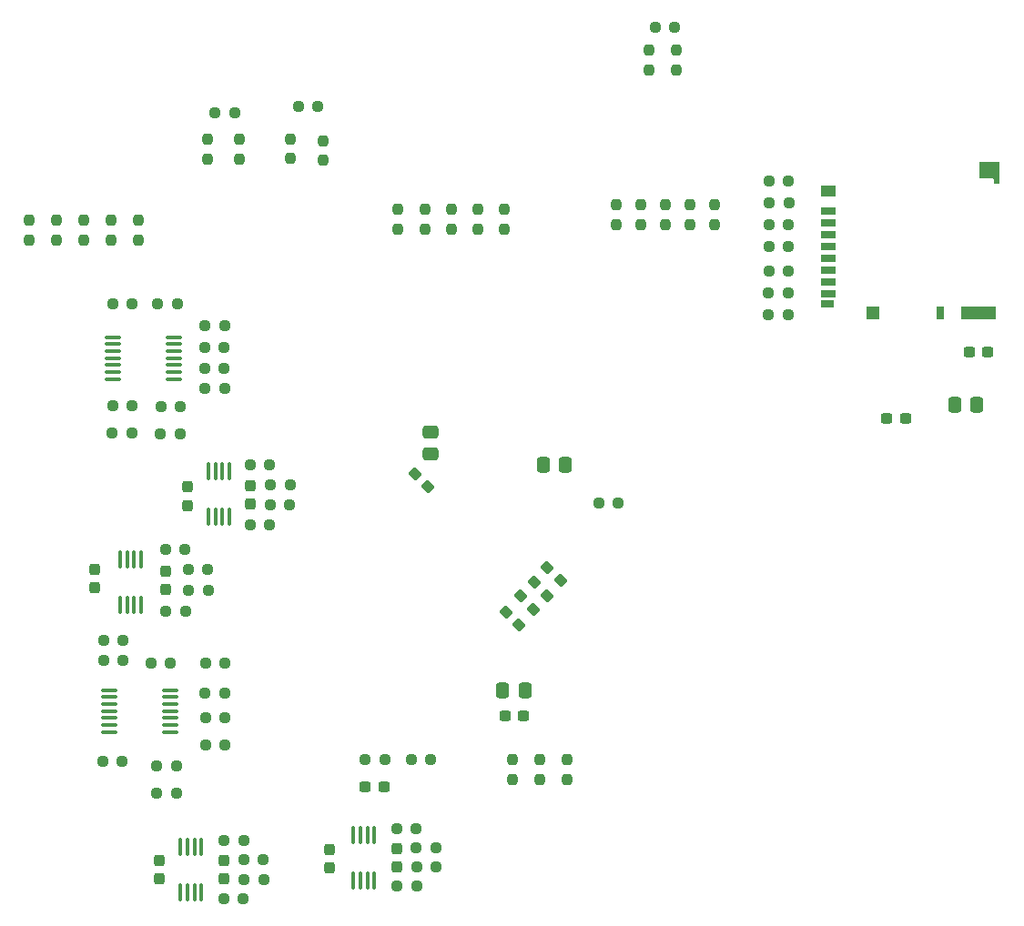
<source format=gbr>
%TF.GenerationSoftware,KiCad,Pcbnew,7.0.7*%
%TF.CreationDate,2023-10-22T01:08:48-07:00*%
%TF.ProjectId,fpaa_esp32_badge,66706161-5f65-4737-9033-325f62616467,rev?*%
%TF.SameCoordinates,Original*%
%TF.FileFunction,Paste,Bot*%
%TF.FilePolarity,Positive*%
%FSLAX46Y46*%
G04 Gerber Fmt 4.6, Leading zero omitted, Abs format (unit mm)*
G04 Created by KiCad (PCBNEW 7.0.7) date 2023-10-22 01:08:48*
%MOMM*%
%LPD*%
G01*
G04 APERTURE LIST*
G04 Aperture macros list*
%AMRoundRect*
0 Rectangle with rounded corners*
0 $1 Rounding radius*
0 $2 $3 $4 $5 $6 $7 $8 $9 X,Y pos of 4 corners*
0 Add a 4 corners polygon primitive as box body*
4,1,4,$2,$3,$4,$5,$6,$7,$8,$9,$2,$3,0*
0 Add four circle primitives for the rounded corners*
1,1,$1+$1,$2,$3*
1,1,$1+$1,$4,$5*
1,1,$1+$1,$6,$7*
1,1,$1+$1,$8,$9*
0 Add four rect primitives between the rounded corners*
20,1,$1+$1,$2,$3,$4,$5,0*
20,1,$1+$1,$4,$5,$6,$7,0*
20,1,$1+$1,$6,$7,$8,$9,0*
20,1,$1+$1,$8,$9,$2,$3,0*%
%AMRotRect*
0 Rectangle, with rotation*
0 The origin of the aperture is its center*
0 $1 length*
0 $2 width*
0 $3 Rotation angle, in degrees counterclockwise*
0 Add horizontal line*
21,1,$1,$2,0,0,$3*%
G04 Aperture macros list end*
%ADD10RoundRect,0.237500X-0.380070X0.044194X0.044194X-0.380070X0.380070X-0.044194X-0.044194X0.380070X0*%
%ADD11RoundRect,0.237500X-0.250000X-0.237500X0.250000X-0.237500X0.250000X0.237500X-0.250000X0.237500X0*%
%ADD12RoundRect,0.237500X0.250000X0.237500X-0.250000X0.237500X-0.250000X-0.237500X0.250000X-0.237500X0*%
%ADD13RoundRect,0.237500X0.237500X-0.250000X0.237500X0.250000X-0.237500X0.250000X-0.237500X-0.250000X0*%
%ADD14RoundRect,0.237500X-0.300000X-0.237500X0.300000X-0.237500X0.300000X0.237500X-0.300000X0.237500X0*%
%ADD15RoundRect,0.237500X-0.237500X0.250000X-0.237500X-0.250000X0.237500X-0.250000X0.237500X0.250000X0*%
%ADD16RoundRect,0.100000X-0.100000X0.712500X-0.100000X-0.712500X0.100000X-0.712500X0.100000X0.712500X0*%
%ADD17RoundRect,0.237500X-0.237500X0.300000X-0.237500X-0.300000X0.237500X-0.300000X0.237500X0.300000X0*%
%ADD18RoundRect,0.250000X0.475000X-0.337500X0.475000X0.337500X-0.475000X0.337500X-0.475000X-0.337500X0*%
%ADD19RoundRect,0.250000X0.337500X0.475000X-0.337500X0.475000X-0.337500X-0.475000X0.337500X-0.475000X0*%
%ADD20RoundRect,0.100000X-0.637500X-0.100000X0.637500X-0.100000X0.637500X0.100000X-0.637500X0.100000X0*%
%ADD21RoundRect,0.250000X-0.337500X-0.475000X0.337500X-0.475000X0.337500X0.475000X-0.337500X0.475000X0*%
%ADD22RoundRect,0.237500X0.380070X-0.044194X-0.044194X0.380070X-0.380070X0.044194X0.044194X-0.380070X0*%
%ADD23RoundRect,0.237500X0.300000X0.237500X-0.300000X0.237500X-0.300000X-0.237500X0.300000X-0.237500X0*%
%ADD24R,1.400000X0.700000*%
%ADD25R,1.200000X0.700000*%
%ADD26R,0.800000X1.200000*%
%ADD27R,1.900000X1.500000*%
%ADD28RotRect,0.200000X0.200000X225.000000*%
%ADD29R,0.500000X0.500000*%
%ADD30R,1.400000X1.000000*%
%ADD31R,3.200000X1.200000*%
%ADD32R,1.200000X1.200000*%
G04 APERTURE END LIST*
D10*
%TO.C,C1*%
X130200120Y-101498120D03*
X131419880Y-102717880D03*
%TD*%
D11*
%TO.C,R63*%
X94241107Y-89075593D03*
X96066107Y-89075593D03*
%TD*%
D12*
%TO.C,R86*%
X152654000Y-65532000D03*
X150829000Y-65532000D03*
%TD*%
D11*
%TO.C,R66*%
X116205841Y-125790750D03*
X118030841Y-125790750D03*
%TD*%
%TO.C,R16*%
X104485837Y-93795488D03*
X106310837Y-93795488D03*
%TD*%
D13*
%TO.C,R60*%
X139700000Y-55165000D03*
X139700000Y-53340000D03*
%TD*%
D14*
%TO.C,C9*%
X169457064Y-81426761D03*
X171182064Y-81426761D03*
%TD*%
D12*
%TO.C,R88*%
X152654000Y-69596000D03*
X150829000Y-69596000D03*
%TD*%
D15*
%TO.C,R49*%
X136652000Y-67771000D03*
X136652000Y-69596000D03*
%TD*%
%TO.C,R53*%
X141224000Y-67771000D03*
X141224000Y-69596000D03*
%TD*%
D12*
%TO.C,R37*%
X100201359Y-78988856D03*
X98376359Y-78988856D03*
%TD*%
D11*
%TO.C,R94*%
X88840337Y-119587485D03*
X90665337Y-119587485D03*
%TD*%
%TO.C,R15*%
X102567343Y-97555594D03*
X104392343Y-97555594D03*
%TD*%
D12*
%TO.C,R99*%
X100237052Y-110428892D03*
X98412052Y-110428892D03*
%TD*%
%TO.C,R87*%
X152667291Y-67590119D03*
X150842291Y-67590119D03*
%TD*%
%TO.C,R18*%
X115115000Y-119380000D03*
X113290000Y-119380000D03*
%TD*%
D11*
%TO.C,R14*%
X102569000Y-91948000D03*
X104394000Y-91948000D03*
%TD*%
%TO.C,R72*%
X94259951Y-86493938D03*
X96084951Y-86493938D03*
%TD*%
%TO.C,R73*%
X93946500Y-76932000D03*
X95771500Y-76932000D03*
%TD*%
D12*
%TO.C,R98*%
X100237052Y-118048892D03*
X98412052Y-118048892D03*
%TD*%
D16*
%TO.C,U7*%
X112181117Y-126391265D03*
X112831117Y-126391265D03*
X113481117Y-126391265D03*
X114131117Y-126391265D03*
X114131117Y-130616265D03*
X113481117Y-130616265D03*
X112831117Y-130616265D03*
X112181117Y-130616265D03*
%TD*%
D17*
%TO.C,C36*%
X116199195Y-127637311D03*
X116199195Y-129362311D03*
%TD*%
D15*
%TO.C,R21*%
X132080000Y-119380000D03*
X132080000Y-121205000D03*
%TD*%
D18*
%TO.C,C5*%
X119380000Y-90953500D03*
X119380000Y-88878500D03*
%TD*%
D13*
%TO.C,R62*%
X142240000Y-55165000D03*
X142240000Y-53340000D03*
%TD*%
D11*
%TO.C,R64*%
X89759076Y-86437406D03*
X91584076Y-86437406D03*
%TD*%
D15*
%TO.C,R20*%
X129540000Y-119380000D03*
X129540000Y-121205000D03*
%TD*%
D17*
%TO.C,C42*%
X109948329Y-127732964D03*
X109948329Y-129457964D03*
%TD*%
D13*
%TO.C,R41*%
X84582000Y-71016500D03*
X84582000Y-69191500D03*
%TD*%
D11*
%TO.C,R55*%
X99288089Y-59194273D03*
X101113089Y-59194273D03*
%TD*%
D12*
%TO.C,R92*%
X152619608Y-77946149D03*
X150794608Y-77946149D03*
%TD*%
D13*
%TO.C,R42*%
X89662000Y-71016500D03*
X89662000Y-69191500D03*
%TD*%
D19*
%TO.C,C33*%
X128114766Y-112959687D03*
X126039766Y-112959687D03*
%TD*%
D13*
%TO.C,R52*%
X143510000Y-69596000D03*
X143510000Y-67771000D03*
%TD*%
D11*
%TO.C,R93*%
X88928622Y-108325343D03*
X90753622Y-108325343D03*
%TD*%
D12*
%TO.C,R36*%
X100201359Y-84858161D03*
X98376359Y-84858161D03*
%TD*%
D17*
%TO.C,C41*%
X94119523Y-128745196D03*
X94119523Y-130470196D03*
%TD*%
D15*
%TO.C,R44*%
X116332000Y-68175500D03*
X116332000Y-70000500D03*
%TD*%
D11*
%TO.C,R6*%
X100137227Y-126945920D03*
X101962227Y-126945920D03*
%TD*%
D13*
%TO.C,R59*%
X109397191Y-63590823D03*
X109397191Y-61765823D03*
%TD*%
D11*
%TO.C,R11*%
X94746892Y-105551607D03*
X96571892Y-105551607D03*
%TD*%
D17*
%TO.C,C38*%
X94729596Y-101815303D03*
X94729596Y-103540303D03*
%TD*%
D20*
%TO.C,U6*%
X89779000Y-83962000D03*
X89779000Y-83312000D03*
X89779000Y-82662000D03*
X89779000Y-82012000D03*
X89779000Y-81362000D03*
X89779000Y-80712000D03*
X89779000Y-80062000D03*
X95504000Y-80062000D03*
X95504000Y-80712000D03*
X95504000Y-81362000D03*
X95504000Y-82012000D03*
X95504000Y-82662000D03*
X95504000Y-83312000D03*
X95504000Y-83962000D03*
%TD*%
D13*
%TO.C,R57*%
X106339890Y-63429805D03*
X106339890Y-61604805D03*
%TD*%
D14*
%TO.C,C8*%
X161798000Y-87630000D03*
X163523000Y-87630000D03*
%TD*%
D11*
%TO.C,R61*%
X140237933Y-51223259D03*
X142062933Y-51223259D03*
%TD*%
D16*
%TO.C,U9*%
X90465000Y-100757500D03*
X91115000Y-100757500D03*
X91765000Y-100757500D03*
X92415000Y-100757500D03*
X92415000Y-104982500D03*
X91765000Y-104982500D03*
X91115000Y-104982500D03*
X90465000Y-104982500D03*
%TD*%
D10*
%TO.C,C3*%
X127735026Y-104165185D03*
X128954786Y-105384945D03*
%TD*%
D21*
%TO.C,C10*%
X168105000Y-86360000D03*
X170180000Y-86360000D03*
%TD*%
D15*
%TO.C,R45*%
X126238000Y-68175500D03*
X126238000Y-70000500D03*
%TD*%
D11*
%TO.C,R65*%
X89779000Y-76932000D03*
X91604000Y-76932000D03*
%TD*%
%TO.C,R9*%
X101986520Y-130525535D03*
X103811520Y-130525535D03*
%TD*%
D13*
%TO.C,R46*%
X118808500Y-70000500D03*
X118808500Y-68175500D03*
%TD*%
%TO.C,R56*%
X101599998Y-63500000D03*
X101599998Y-61675000D03*
%TD*%
D15*
%TO.C,R50*%
X145796000Y-67771000D03*
X145796000Y-69596000D03*
%TD*%
D21*
%TO.C,C7*%
X129832450Y-91931541D03*
X131907450Y-91931541D03*
%TD*%
D12*
%TO.C,R89*%
X152654000Y-71628000D03*
X150829000Y-71628000D03*
%TD*%
D11*
%TO.C,R38*%
X89721388Y-89019060D03*
X91546388Y-89019060D03*
%TD*%
%TO.C,R100*%
X93870834Y-119994759D03*
X95695834Y-119994759D03*
%TD*%
D15*
%TO.C,R39*%
X82042000Y-69191500D03*
X82042000Y-71016500D03*
%TD*%
D11*
%TO.C,R12*%
X96804182Y-101696424D03*
X98629182Y-101696424D03*
%TD*%
D12*
%TO.C,R97*%
X100197056Y-113182167D03*
X98372056Y-113182167D03*
%TD*%
D11*
%TO.C,R10*%
X94697964Y-99838748D03*
X96522964Y-99838748D03*
%TD*%
D12*
%TO.C,R35*%
X100142925Y-81003692D03*
X98317925Y-81003692D03*
%TD*%
D11*
%TO.C,R13*%
X96841059Y-103614059D03*
X98666059Y-103614059D03*
%TD*%
D12*
%TO.C,R91*%
X152619608Y-75946000D03*
X150794608Y-75946000D03*
%TD*%
%TO.C,R34*%
X100157558Y-82974727D03*
X98332558Y-82974727D03*
%TD*%
D10*
%TO.C,C29*%
X126370687Y-105630560D03*
X127590447Y-106850320D03*
%TD*%
D12*
%TO.C,R17*%
X119380000Y-119410000D03*
X117555000Y-119410000D03*
%TD*%
D11*
%TO.C,R19*%
X104436362Y-95659049D03*
X106261362Y-95659049D03*
%TD*%
D12*
%TO.C,R96*%
X100237052Y-115508892D03*
X98412052Y-115508892D03*
%TD*%
%TO.C,R90*%
X152654000Y-73914000D03*
X150829000Y-73914000D03*
%TD*%
%TO.C,R81*%
X136802500Y-95504000D03*
X134977500Y-95504000D03*
%TD*%
D11*
%TO.C,R8*%
X101956055Y-128697646D03*
X103781055Y-128697646D03*
%TD*%
D22*
%TO.C,C4*%
X119126000Y-93980000D03*
X117906240Y-92760240D03*
%TD*%
D15*
%TO.C,R43*%
X87122000Y-69191500D03*
X87122000Y-71016500D03*
%TD*%
D13*
%TO.C,R47*%
X123761500Y-70000500D03*
X123761500Y-68175500D03*
%TD*%
D23*
%TO.C,C37*%
X115015000Y-121920000D03*
X113290000Y-121920000D03*
%TD*%
D17*
%TO.C,C35*%
X100132674Y-128764783D03*
X100132674Y-130489783D03*
%TD*%
D20*
%TO.C,U5*%
X89432052Y-116808892D03*
X89432052Y-116158892D03*
X89432052Y-115508892D03*
X89432052Y-114858892D03*
X89432052Y-114208892D03*
X89432052Y-113558892D03*
X89432052Y-112908892D03*
X95157052Y-112908892D03*
X95157052Y-113558892D03*
X95157052Y-114208892D03*
X95157052Y-114858892D03*
X95157052Y-115508892D03*
X95157052Y-116158892D03*
X95157052Y-116808892D03*
%TD*%
D22*
%TO.C,C2*%
X130183190Y-104112670D03*
X128963430Y-102892910D03*
%TD*%
D23*
%TO.C,C34*%
X128012188Y-115335947D03*
X126287188Y-115335947D03*
%TD*%
D15*
%TO.C,R40*%
X92202000Y-69191500D03*
X92202000Y-71016500D03*
%TD*%
D13*
%TO.C,R54*%
X98566444Y-63469330D03*
X98566444Y-61644330D03*
%TD*%
D11*
%TO.C,R7*%
X100114379Y-132345807D03*
X101939379Y-132345807D03*
%TD*%
D17*
%TO.C,C39*%
X102569000Y-93879500D03*
X102569000Y-95604500D03*
%TD*%
D13*
%TO.C,R51*%
X138938000Y-69596000D03*
X138938000Y-67771000D03*
%TD*%
D11*
%TO.C,R58*%
X107027873Y-58588509D03*
X108852873Y-58588509D03*
%TD*%
D16*
%TO.C,U8*%
X96094000Y-127508000D03*
X96744000Y-127508000D03*
X97394000Y-127508000D03*
X98044000Y-127508000D03*
X98044000Y-131733000D03*
X97394000Y-131733000D03*
X96744000Y-131733000D03*
X96094000Y-131733000D03*
%TD*%
D15*
%TO.C,R5*%
X127000000Y-119380000D03*
X127000000Y-121205000D03*
%TD*%
D17*
%TO.C,C40*%
X88110495Y-101642703D03*
X88110495Y-103367703D03*
%TD*%
D11*
%TO.C,R69*%
X118050778Y-129334299D03*
X119875778Y-129334299D03*
%TD*%
%TO.C,R67*%
X116230029Y-131160496D03*
X118055029Y-131160496D03*
%TD*%
D15*
%TO.C,R48*%
X121285000Y-68175500D03*
X121285000Y-70000500D03*
%TD*%
D16*
%TO.C,U10*%
X98674421Y-92568496D03*
X99324421Y-92568496D03*
X99974421Y-92568496D03*
X100624421Y-92568496D03*
X100624421Y-96793496D03*
X99974421Y-96793496D03*
X99324421Y-96793496D03*
X98674421Y-96793496D03*
%TD*%
D11*
%TO.C,R68*%
X118015967Y-127561000D03*
X119840967Y-127561000D03*
%TD*%
D12*
%TO.C,R101*%
X95695834Y-122534759D03*
X93870834Y-122534759D03*
%TD*%
D11*
%TO.C,R102*%
X93332052Y-110368892D03*
X95157052Y-110368892D03*
%TD*%
D17*
%TO.C,C12*%
X96734350Y-94001300D03*
X96734350Y-95726300D03*
%TD*%
D11*
%TO.C,R95*%
X88945322Y-110187630D03*
X90770322Y-110187630D03*
%TD*%
D24*
%TO.C,J6*%
X156322277Y-68345000D03*
X156322277Y-69445000D03*
X156322277Y-70545000D03*
X156322277Y-71645000D03*
X156322277Y-72745000D03*
X156322277Y-73845000D03*
X156322277Y-74945000D03*
X156322277Y-76045000D03*
D25*
X156222277Y-76995000D03*
D26*
X166722277Y-77845000D03*
D27*
X171322277Y-64545000D03*
D28*
X171772277Y-65295000D03*
D29*
X172022277Y-65545000D03*
D30*
X156322277Y-66445000D03*
D31*
X170322277Y-77845000D03*
D32*
X160522277Y-77845000D03*
%TD*%
M02*

</source>
